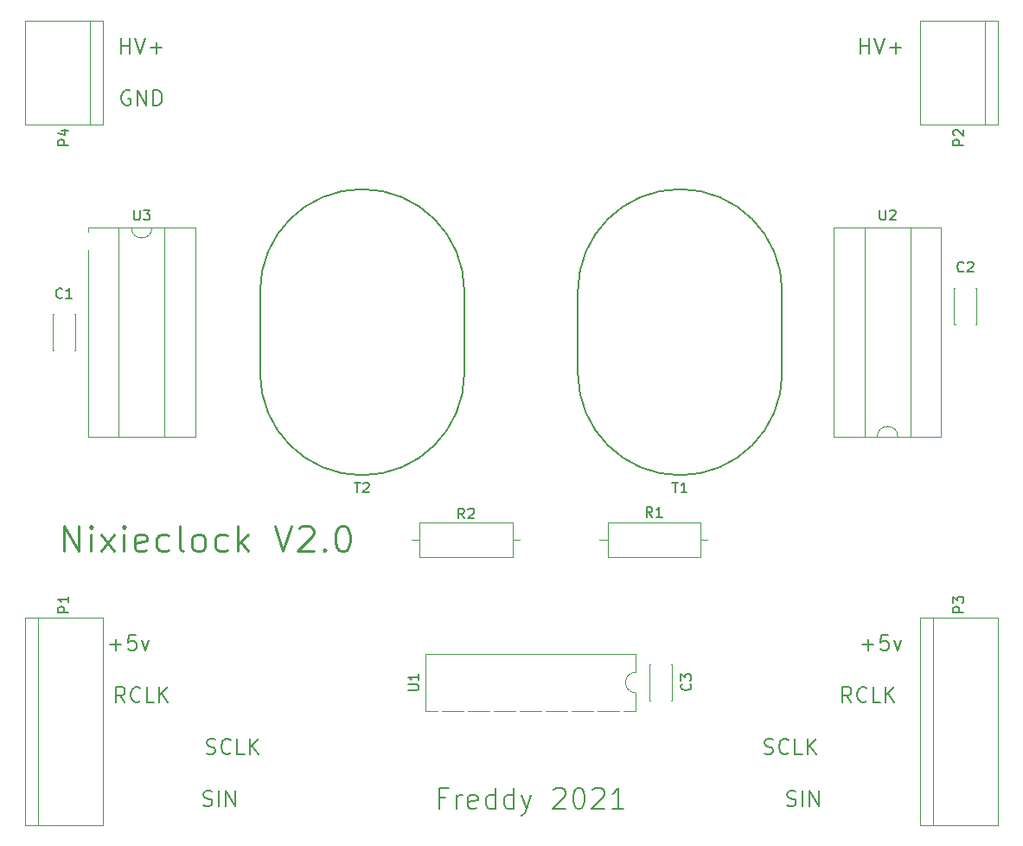
<source format=gto>
G04 #@! TF.GenerationSoftware,KiCad,Pcbnew,5.1.10*
G04 #@! TF.CreationDate,2021-09-21T21:30:14+02:00*
G04 #@! TF.ProjectId,nixiev2,6e697869-6576-4322-9e6b-696361645f70,rev?*
G04 #@! TF.SameCoordinates,PX15cd0e0PY2455c20*
G04 #@! TF.FileFunction,Legend,Top*
G04 #@! TF.FilePolarity,Positive*
%FSLAX46Y46*%
G04 Gerber Fmt 4.6, Leading zero omitted, Abs format (unit mm)*
G04 Created by KiCad (PCBNEW 5.1.10) date 2021-09-21 21:30:14*
%MOMM*%
%LPD*%
G01*
G04 APERTURE LIST*
%ADD10C,0.200000*%
%ADD11C,0.250000*%
%ADD12C,0.120000*%
%ADD13C,0.150000*%
%ADD14C,5.600000*%
%ADD15C,3.400000*%
%ADD16O,2.800000X2.000000*%
%ADD17C,3.000000*%
%ADD18C,8.400000*%
%ADD19C,2.000000*%
%ADD20O,2.000000X2.000000*%
G04 APERTURE END LIST*
D10*
X42466666Y-77327142D02*
X41800000Y-77327142D01*
X41800000Y-78374761D02*
X41800000Y-76374761D01*
X42752380Y-76374761D01*
X43514285Y-78374761D02*
X43514285Y-77041428D01*
X43514285Y-77422380D02*
X43609523Y-77231904D01*
X43704761Y-77136666D01*
X43895238Y-77041428D01*
X44085714Y-77041428D01*
X45514285Y-78279523D02*
X45323809Y-78374761D01*
X44942857Y-78374761D01*
X44752380Y-78279523D01*
X44657142Y-78089047D01*
X44657142Y-77327142D01*
X44752380Y-77136666D01*
X44942857Y-77041428D01*
X45323809Y-77041428D01*
X45514285Y-77136666D01*
X45609523Y-77327142D01*
X45609523Y-77517619D01*
X44657142Y-77708095D01*
X47323809Y-78374761D02*
X47323809Y-76374761D01*
X47323809Y-78279523D02*
X47133333Y-78374761D01*
X46752380Y-78374761D01*
X46561904Y-78279523D01*
X46466666Y-78184285D01*
X46371428Y-77993809D01*
X46371428Y-77422380D01*
X46466666Y-77231904D01*
X46561904Y-77136666D01*
X46752380Y-77041428D01*
X47133333Y-77041428D01*
X47323809Y-77136666D01*
X49133333Y-78374761D02*
X49133333Y-76374761D01*
X49133333Y-78279523D02*
X48942857Y-78374761D01*
X48561904Y-78374761D01*
X48371428Y-78279523D01*
X48276190Y-78184285D01*
X48180952Y-77993809D01*
X48180952Y-77422380D01*
X48276190Y-77231904D01*
X48371428Y-77136666D01*
X48561904Y-77041428D01*
X48942857Y-77041428D01*
X49133333Y-77136666D01*
X49895238Y-77041428D02*
X50371428Y-78374761D01*
X50847619Y-77041428D02*
X50371428Y-78374761D01*
X50180952Y-78850952D01*
X50085714Y-78946190D01*
X49895238Y-79041428D01*
X53038095Y-76565238D02*
X53133333Y-76470000D01*
X53323809Y-76374761D01*
X53800000Y-76374761D01*
X53990476Y-76470000D01*
X54085714Y-76565238D01*
X54180952Y-76755714D01*
X54180952Y-76946190D01*
X54085714Y-77231904D01*
X52942857Y-78374761D01*
X54180952Y-78374761D01*
X55419047Y-76374761D02*
X55609523Y-76374761D01*
X55800000Y-76470000D01*
X55895238Y-76565238D01*
X55990476Y-76755714D01*
X56085714Y-77136666D01*
X56085714Y-77612857D01*
X55990476Y-77993809D01*
X55895238Y-78184285D01*
X55800000Y-78279523D01*
X55609523Y-78374761D01*
X55419047Y-78374761D01*
X55228571Y-78279523D01*
X55133333Y-78184285D01*
X55038095Y-77993809D01*
X54942857Y-77612857D01*
X54942857Y-77136666D01*
X55038095Y-76755714D01*
X55133333Y-76565238D01*
X55228571Y-76470000D01*
X55419047Y-76374761D01*
X56847619Y-76565238D02*
X56942857Y-76470000D01*
X57133333Y-76374761D01*
X57609523Y-76374761D01*
X57800000Y-76470000D01*
X57895238Y-76565238D01*
X57990476Y-76755714D01*
X57990476Y-76946190D01*
X57895238Y-77231904D01*
X56752380Y-78374761D01*
X57990476Y-78374761D01*
X59895238Y-78374761D02*
X58752380Y-78374761D01*
X59323809Y-78374761D02*
X59323809Y-76374761D01*
X59133333Y-76660476D01*
X58942857Y-76850952D01*
X58752380Y-76946190D01*
D11*
X5121428Y-53200952D02*
X5121428Y-50700952D01*
X6550000Y-53200952D01*
X6550000Y-50700952D01*
X7740476Y-53200952D02*
X7740476Y-51534285D01*
X7740476Y-50700952D02*
X7621428Y-50820000D01*
X7740476Y-50939047D01*
X7859523Y-50820000D01*
X7740476Y-50700952D01*
X7740476Y-50939047D01*
X8692857Y-53200952D02*
X10002380Y-51534285D01*
X8692857Y-51534285D02*
X10002380Y-53200952D01*
X10954761Y-53200952D02*
X10954761Y-51534285D01*
X10954761Y-50700952D02*
X10835714Y-50820000D01*
X10954761Y-50939047D01*
X11073809Y-50820000D01*
X10954761Y-50700952D01*
X10954761Y-50939047D01*
X13097619Y-53081904D02*
X12859523Y-53200952D01*
X12383333Y-53200952D01*
X12145238Y-53081904D01*
X12026190Y-52843809D01*
X12026190Y-51891428D01*
X12145238Y-51653333D01*
X12383333Y-51534285D01*
X12859523Y-51534285D01*
X13097619Y-51653333D01*
X13216666Y-51891428D01*
X13216666Y-52129523D01*
X12026190Y-52367619D01*
X15359523Y-53081904D02*
X15121428Y-53200952D01*
X14645238Y-53200952D01*
X14407142Y-53081904D01*
X14288095Y-52962857D01*
X14169047Y-52724761D01*
X14169047Y-52010476D01*
X14288095Y-51772380D01*
X14407142Y-51653333D01*
X14645238Y-51534285D01*
X15121428Y-51534285D01*
X15359523Y-51653333D01*
X16788095Y-53200952D02*
X16550000Y-53081904D01*
X16430952Y-52843809D01*
X16430952Y-50700952D01*
X18097619Y-53200952D02*
X17859523Y-53081904D01*
X17740476Y-52962857D01*
X17621428Y-52724761D01*
X17621428Y-52010476D01*
X17740476Y-51772380D01*
X17859523Y-51653333D01*
X18097619Y-51534285D01*
X18454761Y-51534285D01*
X18692857Y-51653333D01*
X18811904Y-51772380D01*
X18930952Y-52010476D01*
X18930952Y-52724761D01*
X18811904Y-52962857D01*
X18692857Y-53081904D01*
X18454761Y-53200952D01*
X18097619Y-53200952D01*
X21073809Y-53081904D02*
X20835714Y-53200952D01*
X20359523Y-53200952D01*
X20121428Y-53081904D01*
X20002380Y-52962857D01*
X19883333Y-52724761D01*
X19883333Y-52010476D01*
X20002380Y-51772380D01*
X20121428Y-51653333D01*
X20359523Y-51534285D01*
X20835714Y-51534285D01*
X21073809Y-51653333D01*
X22145238Y-53200952D02*
X22145238Y-50700952D01*
X22383333Y-52248571D02*
X23097619Y-53200952D01*
X23097619Y-51534285D02*
X22145238Y-52486666D01*
X25716666Y-50700952D02*
X26549999Y-53200952D01*
X27383333Y-50700952D01*
X28097619Y-50939047D02*
X28216666Y-50820000D01*
X28454761Y-50700952D01*
X29049999Y-50700952D01*
X29288095Y-50820000D01*
X29407142Y-50939047D01*
X29526190Y-51177142D01*
X29526190Y-51415238D01*
X29407142Y-51772380D01*
X27978571Y-53200952D01*
X29526190Y-53200952D01*
X30597619Y-52962857D02*
X30716666Y-53081904D01*
X30597619Y-53200952D01*
X30478571Y-53081904D01*
X30597619Y-52962857D01*
X30597619Y-53200952D01*
X32264285Y-50700952D02*
X32502380Y-50700952D01*
X32740476Y-50820000D01*
X32859523Y-50939047D01*
X32978571Y-51177142D01*
X33097619Y-51653333D01*
X33097619Y-52248571D01*
X32978571Y-52724761D01*
X32859523Y-52962857D01*
X32740476Y-53081904D01*
X32502380Y-53200952D01*
X32264285Y-53200952D01*
X32026190Y-53081904D01*
X31907142Y-52962857D01*
X31788095Y-52724761D01*
X31669047Y-52248571D01*
X31669047Y-51653333D01*
X31788095Y-51177142D01*
X31907142Y-50939047D01*
X32026190Y-50820000D01*
X32264285Y-50700952D01*
D10*
X83232857Y-62337142D02*
X84375714Y-62337142D01*
X83804285Y-62908571D02*
X83804285Y-61765714D01*
X85804285Y-61408571D02*
X85090000Y-61408571D01*
X85018571Y-62122857D01*
X85090000Y-62051428D01*
X85232857Y-61980000D01*
X85590000Y-61980000D01*
X85732857Y-62051428D01*
X85804285Y-62122857D01*
X85875714Y-62265714D01*
X85875714Y-62622857D01*
X85804285Y-62765714D01*
X85732857Y-62837142D01*
X85590000Y-62908571D01*
X85232857Y-62908571D01*
X85090000Y-62837142D01*
X85018571Y-62765714D01*
X86375714Y-61908571D02*
X86732857Y-62908571D01*
X87090000Y-61908571D01*
X82177142Y-67988571D02*
X81677142Y-67274285D01*
X81320000Y-67988571D02*
X81320000Y-66488571D01*
X81891428Y-66488571D01*
X82034285Y-66560000D01*
X82105714Y-66631428D01*
X82177142Y-66774285D01*
X82177142Y-66988571D01*
X82105714Y-67131428D01*
X82034285Y-67202857D01*
X81891428Y-67274285D01*
X81320000Y-67274285D01*
X83677142Y-67845714D02*
X83605714Y-67917142D01*
X83391428Y-67988571D01*
X83248571Y-67988571D01*
X83034285Y-67917142D01*
X82891428Y-67774285D01*
X82820000Y-67631428D01*
X82748571Y-67345714D01*
X82748571Y-67131428D01*
X82820000Y-66845714D01*
X82891428Y-66702857D01*
X83034285Y-66560000D01*
X83248571Y-66488571D01*
X83391428Y-66488571D01*
X83605714Y-66560000D01*
X83677142Y-66631428D01*
X85034285Y-67988571D02*
X84320000Y-67988571D01*
X84320000Y-66488571D01*
X85534285Y-67988571D02*
X85534285Y-66488571D01*
X86391428Y-67988571D02*
X85748571Y-67131428D01*
X86391428Y-66488571D02*
X85534285Y-67345714D01*
X75898571Y-78077142D02*
X76112857Y-78148571D01*
X76470000Y-78148571D01*
X76612857Y-78077142D01*
X76684285Y-78005714D01*
X76755714Y-77862857D01*
X76755714Y-77720000D01*
X76684285Y-77577142D01*
X76612857Y-77505714D01*
X76470000Y-77434285D01*
X76184285Y-77362857D01*
X76041428Y-77291428D01*
X75970000Y-77220000D01*
X75898571Y-77077142D01*
X75898571Y-76934285D01*
X75970000Y-76791428D01*
X76041428Y-76720000D01*
X76184285Y-76648571D01*
X76541428Y-76648571D01*
X76755714Y-76720000D01*
X77398571Y-78148571D02*
X77398571Y-76648571D01*
X78112857Y-78148571D02*
X78112857Y-76648571D01*
X78970000Y-78148571D01*
X78970000Y-76648571D01*
X73664285Y-72997142D02*
X73878571Y-73068571D01*
X74235714Y-73068571D01*
X74378571Y-72997142D01*
X74450000Y-72925714D01*
X74521428Y-72782857D01*
X74521428Y-72640000D01*
X74450000Y-72497142D01*
X74378571Y-72425714D01*
X74235714Y-72354285D01*
X73950000Y-72282857D01*
X73807142Y-72211428D01*
X73735714Y-72140000D01*
X73664285Y-71997142D01*
X73664285Y-71854285D01*
X73735714Y-71711428D01*
X73807142Y-71640000D01*
X73950000Y-71568571D01*
X74307142Y-71568571D01*
X74521428Y-71640000D01*
X76021428Y-72925714D02*
X75950000Y-72997142D01*
X75735714Y-73068571D01*
X75592857Y-73068571D01*
X75378571Y-72997142D01*
X75235714Y-72854285D01*
X75164285Y-72711428D01*
X75092857Y-72425714D01*
X75092857Y-72211428D01*
X75164285Y-71925714D01*
X75235714Y-71782857D01*
X75378571Y-71640000D01*
X75592857Y-71568571D01*
X75735714Y-71568571D01*
X75950000Y-71640000D01*
X76021428Y-71711428D01*
X77378571Y-73068571D02*
X76664285Y-73068571D01*
X76664285Y-71568571D01*
X77878571Y-73068571D02*
X77878571Y-71568571D01*
X78735714Y-73068571D02*
X78092857Y-72211428D01*
X78735714Y-71568571D02*
X77878571Y-72425714D01*
X18748571Y-78077142D02*
X18962857Y-78148571D01*
X19320000Y-78148571D01*
X19462857Y-78077142D01*
X19534285Y-78005714D01*
X19605714Y-77862857D01*
X19605714Y-77720000D01*
X19534285Y-77577142D01*
X19462857Y-77505714D01*
X19320000Y-77434285D01*
X19034285Y-77362857D01*
X18891428Y-77291428D01*
X18820000Y-77220000D01*
X18748571Y-77077142D01*
X18748571Y-76934285D01*
X18820000Y-76791428D01*
X18891428Y-76720000D01*
X19034285Y-76648571D01*
X19391428Y-76648571D01*
X19605714Y-76720000D01*
X20248571Y-78148571D02*
X20248571Y-76648571D01*
X20962857Y-78148571D02*
X20962857Y-76648571D01*
X21820000Y-78148571D01*
X21820000Y-76648571D01*
X19054285Y-72997142D02*
X19268571Y-73068571D01*
X19625714Y-73068571D01*
X19768571Y-72997142D01*
X19840000Y-72925714D01*
X19911428Y-72782857D01*
X19911428Y-72640000D01*
X19840000Y-72497142D01*
X19768571Y-72425714D01*
X19625714Y-72354285D01*
X19340000Y-72282857D01*
X19197142Y-72211428D01*
X19125714Y-72140000D01*
X19054285Y-71997142D01*
X19054285Y-71854285D01*
X19125714Y-71711428D01*
X19197142Y-71640000D01*
X19340000Y-71568571D01*
X19697142Y-71568571D01*
X19911428Y-71640000D01*
X21411428Y-72925714D02*
X21340000Y-72997142D01*
X21125714Y-73068571D01*
X20982857Y-73068571D01*
X20768571Y-72997142D01*
X20625714Y-72854285D01*
X20554285Y-72711428D01*
X20482857Y-72425714D01*
X20482857Y-72211428D01*
X20554285Y-71925714D01*
X20625714Y-71782857D01*
X20768571Y-71640000D01*
X20982857Y-71568571D01*
X21125714Y-71568571D01*
X21340000Y-71640000D01*
X21411428Y-71711428D01*
X22768571Y-73068571D02*
X22054285Y-73068571D01*
X22054285Y-71568571D01*
X23268571Y-73068571D02*
X23268571Y-71568571D01*
X24125714Y-73068571D02*
X23482857Y-72211428D01*
X24125714Y-71568571D02*
X23268571Y-72425714D01*
X11057142Y-67988571D02*
X10557142Y-67274285D01*
X10200000Y-67988571D02*
X10200000Y-66488571D01*
X10771428Y-66488571D01*
X10914285Y-66560000D01*
X10985714Y-66631428D01*
X11057142Y-66774285D01*
X11057142Y-66988571D01*
X10985714Y-67131428D01*
X10914285Y-67202857D01*
X10771428Y-67274285D01*
X10200000Y-67274285D01*
X12557142Y-67845714D02*
X12485714Y-67917142D01*
X12271428Y-67988571D01*
X12128571Y-67988571D01*
X11914285Y-67917142D01*
X11771428Y-67774285D01*
X11700000Y-67631428D01*
X11628571Y-67345714D01*
X11628571Y-67131428D01*
X11700000Y-66845714D01*
X11771428Y-66702857D01*
X11914285Y-66560000D01*
X12128571Y-66488571D01*
X12271428Y-66488571D01*
X12485714Y-66560000D01*
X12557142Y-66631428D01*
X13914285Y-67988571D02*
X13200000Y-67988571D01*
X13200000Y-66488571D01*
X14414285Y-67988571D02*
X14414285Y-66488571D01*
X15271428Y-67988571D02*
X14628571Y-67131428D01*
X15271428Y-66488571D02*
X14414285Y-67345714D01*
X9572857Y-62337142D02*
X10715714Y-62337142D01*
X10144285Y-62908571D02*
X10144285Y-61765714D01*
X12144285Y-61408571D02*
X11430000Y-61408571D01*
X11358571Y-62122857D01*
X11430000Y-62051428D01*
X11572857Y-61980000D01*
X11930000Y-61980000D01*
X12072857Y-62051428D01*
X12144285Y-62122857D01*
X12215714Y-62265714D01*
X12215714Y-62622857D01*
X12144285Y-62765714D01*
X12072857Y-62837142D01*
X11930000Y-62908571D01*
X11572857Y-62908571D01*
X11430000Y-62837142D01*
X11358571Y-62765714D01*
X12715714Y-61908571D02*
X13072857Y-62908571D01*
X13430000Y-61908571D01*
X83090000Y-4488571D02*
X83090000Y-2988571D01*
X83090000Y-3702857D02*
X83947142Y-3702857D01*
X83947142Y-4488571D02*
X83947142Y-2988571D01*
X84447142Y-2988571D02*
X84947142Y-4488571D01*
X85447142Y-2988571D01*
X85947142Y-3917142D02*
X87090000Y-3917142D01*
X86518571Y-4488571D02*
X86518571Y-3345714D01*
X11557142Y-8140000D02*
X11414285Y-8068571D01*
X11200000Y-8068571D01*
X10985714Y-8140000D01*
X10842857Y-8282857D01*
X10771428Y-8425714D01*
X10700000Y-8711428D01*
X10700000Y-8925714D01*
X10771428Y-9211428D01*
X10842857Y-9354285D01*
X10985714Y-9497142D01*
X11200000Y-9568571D01*
X11342857Y-9568571D01*
X11557142Y-9497142D01*
X11628571Y-9425714D01*
X11628571Y-8925714D01*
X11342857Y-8925714D01*
X12271428Y-9568571D02*
X12271428Y-8068571D01*
X13128571Y-9568571D01*
X13128571Y-8068571D01*
X13842857Y-9568571D02*
X13842857Y-8068571D01*
X14200000Y-8068571D01*
X14414285Y-8140000D01*
X14557142Y-8282857D01*
X14628571Y-8425714D01*
X14700000Y-8711428D01*
X14700000Y-8925714D01*
X14628571Y-9211428D01*
X14557142Y-9354285D01*
X14414285Y-9497142D01*
X14200000Y-9568571D01*
X13842857Y-9568571D01*
X10700000Y-4488571D02*
X10700000Y-2988571D01*
X10700000Y-3702857D02*
X11557142Y-3702857D01*
X11557142Y-4488571D02*
X11557142Y-2988571D01*
X12057142Y-2988571D02*
X12557142Y-4488571D01*
X13057142Y-2988571D01*
X13557142Y-3917142D02*
X14700000Y-3917142D01*
X14128571Y-4488571D02*
X14128571Y-3345714D01*
D12*
X83801000Y-74930000D02*
G75*
G03*
X83801000Y-74930000I-1251000J0D01*
G01*
X88900000Y-59690000D02*
X88900000Y-80010000D01*
X96520000Y-59690000D02*
X96520000Y-80010000D01*
X90170000Y-80010000D02*
X90170000Y-59690000D01*
X88900000Y-80010000D02*
X96520000Y-80010000D01*
X96520000Y-59690000D02*
X88900000Y-59690000D01*
X16491000Y-74930000D02*
G75*
G03*
X16491000Y-74930000I-1251000J0D01*
G01*
X80475000Y-42030000D02*
X90975000Y-42030000D01*
X80475000Y-21470000D02*
X80475000Y-42030000D01*
X90975000Y-21470000D02*
X80475000Y-21470000D01*
X90975000Y-42030000D02*
X90975000Y-21470000D01*
X83475000Y-41970000D02*
X84725000Y-41970000D01*
X83475000Y-21530000D02*
X83475000Y-41970000D01*
X87975000Y-21530000D02*
X83475000Y-21530000D01*
X87975000Y-41970000D02*
X87975000Y-21530000D01*
X86725000Y-41970000D02*
X87975000Y-41970000D01*
X84725000Y-41970000D02*
G75*
G02*
X86725000Y-41970000I1000000J0D01*
G01*
D13*
X37895551Y-31750000D02*
G75*
G03*
X37895551Y-31750000I-3605551J0D01*
G01*
X24290000Y-27750000D02*
X24290000Y-35750000D01*
X44290000Y-27750000D02*
X44290000Y-35750000D01*
X34290000Y-45750000D02*
G75*
G03*
X44290000Y-35750000I0J10000000D01*
G01*
X24290000Y-35750000D02*
G75*
G03*
X34290000Y-45750000I10000000J0D01*
G01*
X44290000Y-27750000D02*
G75*
G03*
X34290000Y-17750000I-10000000J0D01*
G01*
X34290000Y-17750000D02*
G75*
G03*
X24290000Y-27750000I0J-10000000D01*
G01*
D12*
X39080000Y-52070000D02*
X39890000Y-52070000D01*
X49820000Y-52070000D02*
X49010000Y-52070000D01*
X39890000Y-53730000D02*
X49010000Y-53730000D01*
X39890000Y-50410000D02*
X39890000Y-53730000D01*
X49010000Y-50410000D02*
X39890000Y-50410000D01*
X49010000Y-53730000D02*
X49010000Y-50410000D01*
X62504000Y-67780000D02*
X62390000Y-67780000D01*
X64610000Y-67780000D02*
X64496000Y-67780000D01*
X62504000Y-64260000D02*
X62390000Y-64260000D01*
X64610000Y-64260000D02*
X64496000Y-64260000D01*
X62390000Y-64260000D02*
X62390000Y-67780000D01*
X64610000Y-64260000D02*
X64610000Y-67780000D01*
X1270000Y-59690000D02*
X1270000Y-80010000D01*
X8890000Y-59690000D02*
X8890000Y-80010000D01*
X2540000Y-80010000D02*
X2540000Y-59690000D01*
X1270000Y-80010000D02*
X8890000Y-80010000D01*
X8890000Y-59690000D02*
X1270000Y-59690000D01*
X96520000Y-11430000D02*
X96520000Y-1270000D01*
X88900000Y-11430000D02*
X96520000Y-11430000D01*
X88900000Y-1270000D02*
X88900000Y-11430000D01*
X96520000Y-1270000D02*
X88900000Y-1270000D01*
X95250000Y-1270000D02*
X95250000Y-11430000D01*
X8890000Y-11430000D02*
X8890000Y-1270000D01*
X1270000Y-11430000D02*
X8890000Y-11430000D01*
X1270000Y-1270000D02*
X1270000Y-11430000D01*
X8890000Y-1270000D02*
X1270000Y-1270000D01*
X7620000Y-1270000D02*
X7620000Y-11430000D01*
X68235000Y-52070000D02*
X67425000Y-52070000D01*
X57495000Y-52070000D02*
X58305000Y-52070000D01*
X67425000Y-50410000D02*
X58305000Y-50410000D01*
X67425000Y-53730000D02*
X67425000Y-50410000D01*
X58305000Y-53730000D02*
X67425000Y-53730000D01*
X58305000Y-50410000D02*
X58305000Y-53730000D01*
X61080000Y-68810000D02*
X61080000Y-67040000D01*
X40520000Y-68810000D02*
X61080000Y-68810000D01*
X40520000Y-63270000D02*
X40520000Y-68810000D01*
X61080000Y-63270000D02*
X40520000Y-63270000D01*
X61080000Y-65040000D02*
X61080000Y-63270000D01*
X61080000Y-67040000D02*
G75*
G02*
X61080000Y-65040000I0J1000000D01*
G01*
X4084000Y-33530000D02*
X3970000Y-33530000D01*
X6190000Y-33530000D02*
X6076000Y-33530000D01*
X4084000Y-30010000D02*
X3970000Y-30010000D01*
X6190000Y-30010000D02*
X6076000Y-30010000D01*
X3970000Y-30010000D02*
X3970000Y-33530000D01*
X6190000Y-30010000D02*
X6190000Y-33530000D01*
X94341000Y-27470000D02*
X94455000Y-27470000D01*
X92235000Y-27470000D02*
X92349000Y-27470000D01*
X94341000Y-30990000D02*
X94455000Y-30990000D01*
X92235000Y-30990000D02*
X92349000Y-30990000D01*
X94455000Y-30990000D02*
X94455000Y-27470000D01*
X92235000Y-30990000D02*
X92235000Y-27470000D01*
D13*
X75405000Y-27750000D02*
X75405000Y-35750000D01*
X55405000Y-27750000D02*
X55405000Y-35750000D01*
X69010551Y-31750000D02*
G75*
G03*
X69010551Y-31750000I-3605551J0D01*
G01*
X65405000Y-17750000D02*
G75*
G03*
X55405000Y-27750000I0J-10000000D01*
G01*
X75405000Y-27750000D02*
G75*
G03*
X65405000Y-17750000I-10000000J0D01*
G01*
X55405000Y-35750000D02*
G75*
G03*
X65405000Y-45750000I10000000J0D01*
G01*
X65405000Y-45750000D02*
G75*
G03*
X75405000Y-35750000I0J10000000D01*
G01*
D12*
X11700000Y-21530000D02*
X10450000Y-21530000D01*
X10450000Y-21530000D02*
X10450000Y-41970000D01*
X10450000Y-41970000D02*
X14950000Y-41970000D01*
X14950000Y-41970000D02*
X14950000Y-21530000D01*
X14950000Y-21530000D02*
X13700000Y-21530000D01*
X7450000Y-21470000D02*
X7450000Y-42030000D01*
X7450000Y-42030000D02*
X17950000Y-42030000D01*
X17950000Y-42030000D02*
X17950000Y-21470000D01*
X17950000Y-21470000D02*
X7450000Y-21470000D01*
X13700000Y-21530000D02*
G75*
G02*
X11700000Y-21530000I-1000000J0D01*
G01*
X83801000Y-8890000D02*
G75*
G03*
X83801000Y-8890000I-1251000J0D01*
G01*
D10*
X93162380Y-59158095D02*
X92162380Y-59158095D01*
X92162380Y-58777142D01*
X92210000Y-58681904D01*
X92257619Y-58634285D01*
X92352857Y-58586666D01*
X92495714Y-58586666D01*
X92590952Y-58634285D01*
X92638571Y-58681904D01*
X92686190Y-58777142D01*
X92686190Y-59158095D01*
X92162380Y-58253333D02*
X92162380Y-57634285D01*
X92543333Y-57967619D01*
X92543333Y-57824761D01*
X92590952Y-57729523D01*
X92638571Y-57681904D01*
X92733809Y-57634285D01*
X92971904Y-57634285D01*
X93067142Y-57681904D01*
X93114761Y-57729523D01*
X93162380Y-57824761D01*
X93162380Y-58110476D01*
X93114761Y-58205714D01*
X93067142Y-58253333D01*
X84963095Y-19772380D02*
X84963095Y-20581904D01*
X85010714Y-20677142D01*
X85058333Y-20724761D01*
X85153571Y-20772380D01*
X85344047Y-20772380D01*
X85439285Y-20724761D01*
X85486904Y-20677142D01*
X85534523Y-20581904D01*
X85534523Y-19772380D01*
X85963095Y-19867619D02*
X86010714Y-19820000D01*
X86105952Y-19772380D01*
X86344047Y-19772380D01*
X86439285Y-19820000D01*
X86486904Y-19867619D01*
X86534523Y-19962857D01*
X86534523Y-20058095D01*
X86486904Y-20200952D01*
X85915476Y-20772380D01*
X86534523Y-20772380D01*
X33528095Y-46442380D02*
X34099523Y-46442380D01*
X33813809Y-47442380D02*
X33813809Y-46442380D01*
X34385238Y-46537619D02*
X34432857Y-46490000D01*
X34528095Y-46442380D01*
X34766190Y-46442380D01*
X34861428Y-46490000D01*
X34909047Y-46537619D01*
X34956666Y-46632857D01*
X34956666Y-46728095D01*
X34909047Y-46870952D01*
X34337619Y-47442380D01*
X34956666Y-47442380D01*
X44283333Y-49982380D02*
X43950000Y-49506190D01*
X43711904Y-49982380D02*
X43711904Y-48982380D01*
X44092857Y-48982380D01*
X44188095Y-49030000D01*
X44235714Y-49077619D01*
X44283333Y-49172857D01*
X44283333Y-49315714D01*
X44235714Y-49410952D01*
X44188095Y-49458571D01*
X44092857Y-49506190D01*
X43711904Y-49506190D01*
X44664285Y-49077619D02*
X44711904Y-49030000D01*
X44807142Y-48982380D01*
X45045238Y-48982380D01*
X45140476Y-49030000D01*
X45188095Y-49077619D01*
X45235714Y-49172857D01*
X45235714Y-49268095D01*
X45188095Y-49410952D01*
X44616666Y-49982380D01*
X45235714Y-49982380D01*
X66397142Y-66186666D02*
X66444761Y-66234285D01*
X66492380Y-66377142D01*
X66492380Y-66472380D01*
X66444761Y-66615238D01*
X66349523Y-66710476D01*
X66254285Y-66758095D01*
X66063809Y-66805714D01*
X65920952Y-66805714D01*
X65730476Y-66758095D01*
X65635238Y-66710476D01*
X65540000Y-66615238D01*
X65492380Y-66472380D01*
X65492380Y-66377142D01*
X65540000Y-66234285D01*
X65587619Y-66186666D01*
X65492380Y-65853333D02*
X65492380Y-65234285D01*
X65873333Y-65567619D01*
X65873333Y-65424761D01*
X65920952Y-65329523D01*
X65968571Y-65281904D01*
X66063809Y-65234285D01*
X66301904Y-65234285D01*
X66397142Y-65281904D01*
X66444761Y-65329523D01*
X66492380Y-65424761D01*
X66492380Y-65710476D01*
X66444761Y-65805714D01*
X66397142Y-65853333D01*
X5532380Y-59158095D02*
X4532380Y-59158095D01*
X4532380Y-58777142D01*
X4580000Y-58681904D01*
X4627619Y-58634285D01*
X4722857Y-58586666D01*
X4865714Y-58586666D01*
X4960952Y-58634285D01*
X5008571Y-58681904D01*
X5056190Y-58777142D01*
X5056190Y-59158095D01*
X5532380Y-57634285D02*
X5532380Y-58205714D01*
X5532380Y-57920000D02*
X4532380Y-57920000D01*
X4675238Y-58015238D01*
X4770476Y-58110476D01*
X4818095Y-58205714D01*
X93162380Y-13438095D02*
X92162380Y-13438095D01*
X92162380Y-13057142D01*
X92210000Y-12961904D01*
X92257619Y-12914285D01*
X92352857Y-12866666D01*
X92495714Y-12866666D01*
X92590952Y-12914285D01*
X92638571Y-12961904D01*
X92686190Y-13057142D01*
X92686190Y-13438095D01*
X92257619Y-12485714D02*
X92210000Y-12438095D01*
X92162380Y-12342857D01*
X92162380Y-12104761D01*
X92210000Y-12009523D01*
X92257619Y-11961904D01*
X92352857Y-11914285D01*
X92448095Y-11914285D01*
X92590952Y-11961904D01*
X93162380Y-12533333D01*
X93162380Y-11914285D01*
X5532380Y-13438095D02*
X4532380Y-13438095D01*
X4532380Y-13057142D01*
X4580000Y-12961904D01*
X4627619Y-12914285D01*
X4722857Y-12866666D01*
X4865714Y-12866666D01*
X4960952Y-12914285D01*
X5008571Y-12961904D01*
X5056190Y-13057142D01*
X5056190Y-13438095D01*
X4865714Y-12009523D02*
X5532380Y-12009523D01*
X4484761Y-12247619D02*
X5199047Y-12485714D01*
X5199047Y-11866666D01*
X62698333Y-49862380D02*
X62365000Y-49386190D01*
X62126904Y-49862380D02*
X62126904Y-48862380D01*
X62507857Y-48862380D01*
X62603095Y-48910000D01*
X62650714Y-48957619D01*
X62698333Y-49052857D01*
X62698333Y-49195714D01*
X62650714Y-49290952D01*
X62603095Y-49338571D01*
X62507857Y-49386190D01*
X62126904Y-49386190D01*
X63650714Y-49862380D02*
X63079285Y-49862380D01*
X63365000Y-49862380D02*
X63365000Y-48862380D01*
X63269761Y-49005238D01*
X63174523Y-49100476D01*
X63079285Y-49148095D01*
X38822380Y-66801904D02*
X39631904Y-66801904D01*
X39727142Y-66754285D01*
X39774761Y-66706666D01*
X39822380Y-66611428D01*
X39822380Y-66420952D01*
X39774761Y-66325714D01*
X39727142Y-66278095D01*
X39631904Y-66230476D01*
X38822380Y-66230476D01*
X39822380Y-65230476D02*
X39822380Y-65801904D01*
X39822380Y-65516190D02*
X38822380Y-65516190D01*
X38965238Y-65611428D01*
X39060476Y-65706666D01*
X39108095Y-65801904D01*
X4913333Y-28337142D02*
X4865714Y-28384761D01*
X4722857Y-28432380D01*
X4627619Y-28432380D01*
X4484761Y-28384761D01*
X4389523Y-28289523D01*
X4341904Y-28194285D01*
X4294285Y-28003809D01*
X4294285Y-27860952D01*
X4341904Y-27670476D01*
X4389523Y-27575238D01*
X4484761Y-27480000D01*
X4627619Y-27432380D01*
X4722857Y-27432380D01*
X4865714Y-27480000D01*
X4913333Y-27527619D01*
X5865714Y-28432380D02*
X5294285Y-28432380D01*
X5580000Y-28432380D02*
X5580000Y-27432380D01*
X5484761Y-27575238D01*
X5389523Y-27670476D01*
X5294285Y-27718095D01*
X93178333Y-25757142D02*
X93130714Y-25804761D01*
X92987857Y-25852380D01*
X92892619Y-25852380D01*
X92749761Y-25804761D01*
X92654523Y-25709523D01*
X92606904Y-25614285D01*
X92559285Y-25423809D01*
X92559285Y-25280952D01*
X92606904Y-25090476D01*
X92654523Y-24995238D01*
X92749761Y-24900000D01*
X92892619Y-24852380D01*
X92987857Y-24852380D01*
X93130714Y-24900000D01*
X93178333Y-24947619D01*
X93559285Y-24947619D02*
X93606904Y-24900000D01*
X93702142Y-24852380D01*
X93940238Y-24852380D01*
X94035476Y-24900000D01*
X94083095Y-24947619D01*
X94130714Y-25042857D01*
X94130714Y-25138095D01*
X94083095Y-25280952D01*
X93511666Y-25852380D01*
X94130714Y-25852380D01*
X64643095Y-46442380D02*
X65214523Y-46442380D01*
X64928809Y-47442380D02*
X64928809Y-46442380D01*
X66071666Y-47442380D02*
X65500238Y-47442380D01*
X65785952Y-47442380D02*
X65785952Y-46442380D01*
X65690714Y-46585238D01*
X65595476Y-46680476D01*
X65500238Y-46728095D01*
X11938095Y-19772380D02*
X11938095Y-20581904D01*
X11985714Y-20677142D01*
X12033333Y-20724761D01*
X12128571Y-20772380D01*
X12319047Y-20772380D01*
X12414285Y-20724761D01*
X12461904Y-20677142D01*
X12509523Y-20581904D01*
X12509523Y-19772380D01*
X12890476Y-19772380D02*
X13509523Y-19772380D01*
X13176190Y-20153333D01*
X13319047Y-20153333D01*
X13414285Y-20200952D01*
X13461904Y-20248571D01*
X13509523Y-20343809D01*
X13509523Y-20581904D01*
X13461904Y-20677142D01*
X13414285Y-20724761D01*
X13319047Y-20772380D01*
X13033333Y-20772380D01*
X12938095Y-20724761D01*
X12890476Y-20677142D01*
%LPC*%
D14*
X82550000Y-74930000D03*
D15*
X92710000Y-67310000D03*
X92710000Y-72390000D03*
G36*
G01*
X91210000Y-60530000D02*
X94210000Y-60530000D01*
G75*
G02*
X94410000Y-60730000I0J-200000D01*
G01*
X94410000Y-63730000D01*
G75*
G02*
X94210000Y-63930000I-200000J0D01*
G01*
X91210000Y-63930000D01*
G75*
G02*
X91010000Y-63730000I0J200000D01*
G01*
X91010000Y-60730000D01*
G75*
G02*
X91210000Y-60530000I200000J0D01*
G01*
G37*
X92710000Y-77470000D03*
D14*
X15240000Y-74930000D03*
G36*
G01*
X90935000Y-39840000D02*
X90935000Y-41440000D01*
G75*
G02*
X90735000Y-41640000I-200000J0D01*
G01*
X88335000Y-41640000D01*
G75*
G02*
X88135000Y-41440000I0J200000D01*
G01*
X88135000Y-39840000D01*
G75*
G02*
X88335000Y-39640000I200000J0D01*
G01*
X90735000Y-39640000D01*
G75*
G02*
X90935000Y-39840000I0J-200000D01*
G01*
G37*
D16*
X81915000Y-22860000D03*
X89535000Y-38100000D03*
X81915000Y-25400000D03*
X89535000Y-35560000D03*
X81915000Y-27940000D03*
X89535000Y-33020000D03*
X81915000Y-30480000D03*
X89535000Y-30480000D03*
X81915000Y-33020000D03*
X89535000Y-27940000D03*
X81915000Y-35560000D03*
X89535000Y-25400000D03*
X81915000Y-38100000D03*
X89535000Y-22860000D03*
X81915000Y-40640000D03*
D17*
X34290000Y-22750000D03*
X34290000Y-40750000D03*
X40040000Y-31750000D03*
X28540000Y-31750000D03*
X28540000Y-36250000D03*
X28540000Y-27250000D03*
X40040000Y-27250000D03*
X40015000Y-36250000D03*
X30290000Y-39750000D03*
X38290000Y-39750000D03*
X38290000Y-23750000D03*
X30290000Y-23750000D03*
D18*
X34290000Y-31750000D03*
D19*
X50800000Y-52070000D03*
D20*
X38100000Y-52070000D03*
D19*
X63500000Y-64770000D03*
X63500000Y-67270000D03*
D15*
X5080000Y-67310000D03*
X5080000Y-72390000D03*
G36*
G01*
X3580000Y-60530000D02*
X6580000Y-60530000D01*
G75*
G02*
X6780000Y-60730000I0J-200000D01*
G01*
X6780000Y-63730000D01*
G75*
G02*
X6580000Y-63930000I-200000J0D01*
G01*
X3580000Y-63930000D01*
G75*
G02*
X3380000Y-63730000I0J200000D01*
G01*
X3380000Y-60730000D01*
G75*
G02*
X3580000Y-60530000I200000J0D01*
G01*
G37*
X5080000Y-77470000D03*
G36*
G01*
X94210000Y-10590000D02*
X91210000Y-10590000D01*
G75*
G02*
X91010000Y-10390000I0J200000D01*
G01*
X91010000Y-7390000D01*
G75*
G02*
X91210000Y-7190000I200000J0D01*
G01*
X94210000Y-7190000D01*
G75*
G02*
X94410000Y-7390000I0J-200000D01*
G01*
X94410000Y-10390000D01*
G75*
G02*
X94210000Y-10590000I-200000J0D01*
G01*
G37*
X92710000Y-3810000D03*
G36*
G01*
X6580000Y-10590000D02*
X3580000Y-10590000D01*
G75*
G02*
X3380000Y-10390000I0J200000D01*
G01*
X3380000Y-7390000D01*
G75*
G02*
X3580000Y-7190000I200000J0D01*
G01*
X6580000Y-7190000D01*
G75*
G02*
X6780000Y-7390000I0J-200000D01*
G01*
X6780000Y-10390000D01*
G75*
G02*
X6580000Y-10590000I-200000J0D01*
G01*
G37*
X5080000Y-3810000D03*
D19*
X56515000Y-52070000D03*
D20*
X69215000Y-52070000D03*
G36*
G01*
X58890000Y-61230000D02*
X60490000Y-61230000D01*
G75*
G02*
X60690000Y-61430000I0J-200000D01*
G01*
X60690000Y-63030000D01*
G75*
G02*
X60490000Y-63230000I-200000J0D01*
G01*
X58890000Y-63230000D01*
G75*
G02*
X58690000Y-63030000I0J200000D01*
G01*
X58690000Y-61430000D01*
G75*
G02*
X58890000Y-61230000I200000J0D01*
G01*
G37*
X41910000Y-69850000D03*
X57150000Y-62230000D03*
X44450000Y-69850000D03*
X54610000Y-62230000D03*
X46990000Y-69850000D03*
X52070000Y-62230000D03*
X49530000Y-69850000D03*
X49530000Y-62230000D03*
X52070000Y-69850000D03*
X46990000Y-62230000D03*
X54610000Y-69850000D03*
X44450000Y-62230000D03*
X57150000Y-69850000D03*
X41910000Y-62230000D03*
X59690000Y-69850000D03*
D19*
X5080000Y-30520000D03*
X5080000Y-33020000D03*
X93345000Y-30480000D03*
X93345000Y-27980000D03*
D18*
X65405000Y-31750000D03*
D17*
X61405000Y-23750000D03*
X69405000Y-23750000D03*
X69405000Y-39750000D03*
X61405000Y-39750000D03*
X71130000Y-36250000D03*
X71155000Y-27250000D03*
X59655000Y-27250000D03*
X59655000Y-36250000D03*
X59655000Y-31750000D03*
X71155000Y-31750000D03*
X65405000Y-40750000D03*
X65405000Y-22750000D03*
D16*
X16510000Y-22860000D03*
X8890000Y-40640000D03*
X16510000Y-25400000D03*
X8890000Y-38100000D03*
X16510000Y-27940000D03*
X8890000Y-35560000D03*
X16510000Y-30480000D03*
X8890000Y-33020000D03*
X16510000Y-33020000D03*
X8890000Y-30480000D03*
X16510000Y-35560000D03*
X8890000Y-27940000D03*
X16510000Y-38100000D03*
X8890000Y-25400000D03*
X16510000Y-40640000D03*
G36*
G01*
X7490000Y-23660000D02*
X7490000Y-22060000D01*
G75*
G02*
X7690000Y-21860000I200000J0D01*
G01*
X10090000Y-21860000D01*
G75*
G02*
X10290000Y-22060000I0J-200000D01*
G01*
X10290000Y-23660000D01*
G75*
G02*
X10090000Y-23860000I-200000J0D01*
G01*
X7690000Y-23860000D01*
G75*
G02*
X7490000Y-23660000I0J200000D01*
G01*
G37*
D14*
X82550000Y-8890000D03*
M02*

</source>
